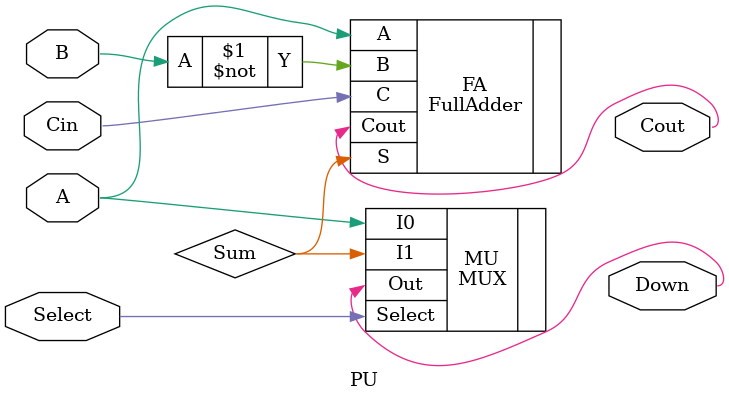
<source format=v>
module PU
(
	input A,
	input B,
	input Cin,
	input Select,
	output Cout,
	output Down
);

wire Sum;

FullAdder FA(.A(A), .B(~B), .C(Cin), .S(Sum), .Cout(Cout));
MUX MU(.I0(A), .I1(Sum), .Select(Select), .Out(Down));

endmodule

</source>
